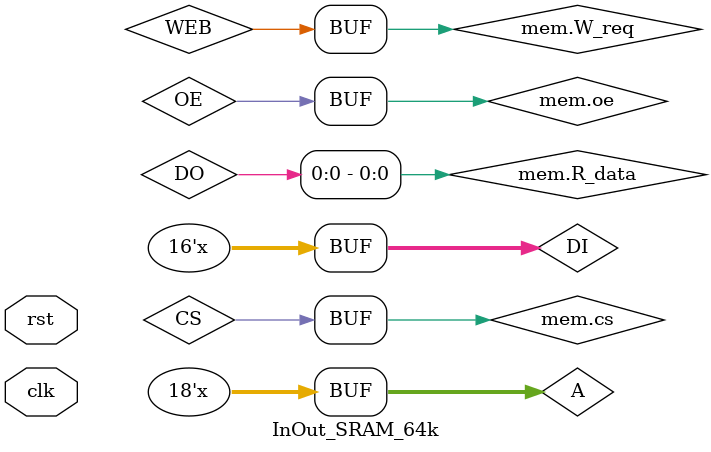
<source format=sv>
`ifndef INOUT_SRAM_64k_SV
`define INOUT_SRAM_64k_SV
`include "EPU/SRAM_16b_32768w_64k.sv"
`include "Interface/sp_ram_intf.sv"


module InOut_SRAM_64k (
    input logic              rst,
    input logic              clk,
          sp_ram_intf.memory mem
);

  logic        CS;
  logic        OE;
  logic        WEB;
  logic [17:0] A;
  logic [15:0] DI;
  logic [15:0] DO;

  logic [17:0] latched_A;
  logic [15:0] _DO       [0:5];

  assign CS = mem.cs;
  assign OE = mem.oe;
  assign A = mem.addr[17:0];
  assign DI = mem.W_data[15:0];
  assign WEB = mem.W_req;
  assign mem.R_data = {{16{DO[15]}}, DO};

  always_ff @(posedge clk, posedge rst) begin
    if (rst) latched_A <= 0;
    else latched_A <= A;
  end

  always_comb begin
    DO = 16'b0;
    case (latched_A[17:15])
      3'h0: DO = _DO[0];
      3'h1: DO = 16'b0;
      3'h2: DO = 16'b0;
      3'h3: DO = 16'b0;
      3'h4: DO = 16'b0;
      3'h5: DO = 16'b0;
      3'h6: DO = 16'b0;
      3'h7: DO = 16'b0;
    endcase
  end

  genvar g;
  generate
    for (g = 0; g < 1; g = g + 1) begin : SRAM_blk
      logic _CS;
      logic _OE;
      logic _WEB;

      assign _CS  = A[17:15] == g[2:0] ? CS : 1'b0;
      assign _OE  = latched_A[17:15] == g[2:0] ? OE : 1'b0;
      assign _WEB = A[17:15] == g[2:0] ? WEB : 1'b1;

      SRAM_16b_32768w_64k i_SRAM_16b_32768w_64k (
          .CK (clk),
          .CS (_CS),
          .OE (_OE),
          .WEB(_WEB),
          .A  (A[14:0]),
          .DI (DI),
          .DO (_DO[g])
      );
    end : SRAM_blk
  endgenerate

endmodule

`endif

</source>
